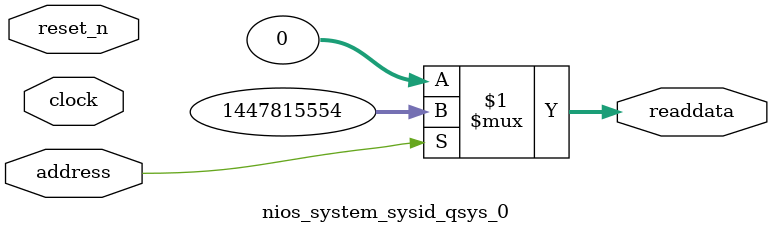
<source format=v>

`timescale 1ns / 1ps
// synthesis translate_on

// turn off superfluous verilog processor warnings 
// altera message_level Level1 
// altera message_off 10034 10035 10036 10037 10230 10240 10030 

module nios_system_sysid_qsys_0 (
               // inputs:
                address,
                clock,
                reset_n,

               // outputs:
                readdata
             )
;

  output  [ 31: 0] readdata;
  input            address;
  input            clock;
  input            reset_n;

  wire    [ 31: 0] readdata;
  //control_slave, which is an e_avalon_slave
  assign readdata = address ? 1447815554 : 0;

endmodule




</source>
